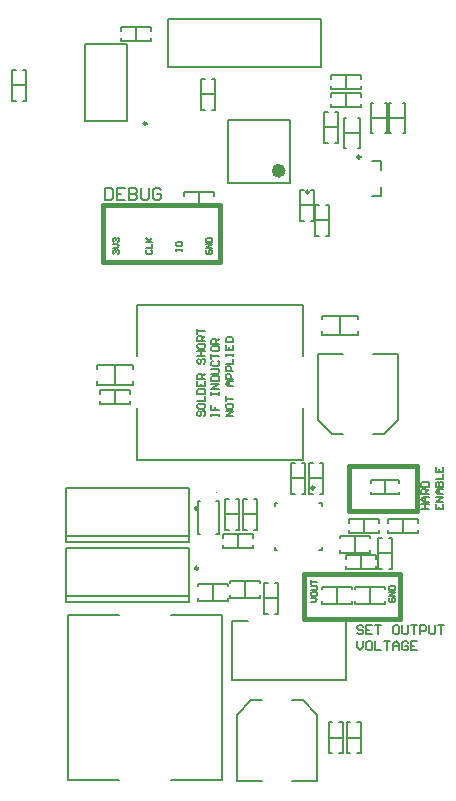
<source format=gto>
G04*
G04 #@! TF.GenerationSoftware,Altium Limited,Altium Designer,24.7.2 (38)*
G04*
G04 Layer_Color=65535*
%FSLAX44Y44*%
%MOMM*%
G71*
G04*
G04 #@! TF.SameCoordinates,60CCB1E2-045B-4953-842A-C3EC13AC8E9E*
G04*
G04*
G04 #@! TF.FilePolarity,Positive*
G04*
G01*
G75*
%ADD10C,0.2500*%
%ADD11C,0.1000*%
%ADD12C,0.6000*%
%ADD13C,0.3810*%
%ADD14C,0.2000*%
%ADD15C,0.1500*%
%ADD16C,0.1270*%
%ADD17C,0.1778*%
D10*
X794060Y642620D02*
G03*
X794060Y642620I-1250J0D01*
G01*
X793960Y693420D02*
G03*
X793960Y693420I-1250J0D01*
G01*
X892590Y710741D02*
G03*
X892590Y710741I-1250J0D01*
G01*
X750480Y1019100D02*
G03*
X750480Y1019100I-1250J0D01*
G01*
X931590Y990820D02*
G03*
X931590Y990820I-1250J0D01*
G01*
X888070Y961180D02*
G03*
X888070Y961180I-1250J0D01*
G01*
D11*
X809890Y706800D02*
G03*
X809890Y706800I-500J0D01*
G01*
D12*
X865320Y979180D02*
G03*
X865320Y979180I-3000J0D01*
G01*
D13*
X713740Y901700D02*
X812800D01*
X713740Y949960D02*
X812800D01*
Y901700D02*
Y949960D01*
X713740Y901700D02*
Y949960D01*
X979170Y690880D02*
Y728980D01*
X922020Y690880D02*
Y728980D01*
X979170D01*
X922020Y690880D02*
X979170D01*
X883920Y599440D02*
X965200D01*
X883920Y637540D02*
X965200D01*
Y599440D02*
Y637540D01*
X883920Y599440D02*
Y637540D01*
D14*
X967740Y672180D02*
Y684180D01*
X954740Y672180D02*
Y675180D01*
Y672180D02*
X980740D01*
Y675180D01*
X954740Y681180D02*
Y684180D01*
X980740Y681180D02*
Y684180D01*
X954740D02*
X980740D01*
X786310Y614020D02*
Y660020D01*
X682310Y614020D02*
Y660020D01*
X786310D01*
X682310Y614020D02*
X786310D01*
X682310Y619020D02*
X786310D01*
X786210Y664820D02*
Y710820D01*
X682210Y664820D02*
Y710820D01*
X786210D01*
X682210Y664820D02*
X786210D01*
X682210Y669820D02*
X786210D01*
X822720Y547820D02*
Y597820D01*
X906120D02*
X919720D01*
X822720D02*
X836320D01*
X919720Y547820D02*
Y597820D01*
X822720Y547820D02*
X919720D01*
X849980Y617220D02*
X861980D01*
X858980Y604220D02*
X861980D01*
Y630220D01*
X858980D02*
X861980D01*
X849980Y604220D02*
X852980D01*
X849980Y630220D02*
X852980D01*
X849980Y604220D02*
Y630220D01*
X932180Y641700D02*
Y653700D01*
X919180Y641700D02*
Y644700D01*
Y641700D02*
X945180D01*
Y644700D01*
X919180Y650700D02*
Y653700D01*
X945180Y650700D02*
Y653700D01*
X919180D02*
X945180D01*
X946500Y655320D02*
X958500D01*
X946500Y668320D02*
X949500D01*
X946500Y642320D02*
Y668320D01*
Y642320D02*
X949500D01*
X955500Y668320D02*
X958500D01*
X955500Y642320D02*
X958500D01*
Y668320D01*
X898900Y856610D02*
X929900D01*
X898900Y853610D02*
Y856610D01*
X914400Y840110D02*
Y856360D01*
X929900Y853610D02*
Y856610D01*
X898900Y840110D02*
Y843110D01*
X929900Y840110D02*
Y843110D01*
X898900Y840110D02*
X929900D01*
X872840Y718820D02*
X884840D01*
X881840Y705820D02*
X884840D01*
Y731820D01*
X881840D02*
X884840D01*
X872840Y705820D02*
X875840D01*
X872840Y731820D02*
X875840D01*
X872840Y705820D02*
Y731820D01*
X904590Y499110D02*
X916590D01*
X913590Y486110D02*
X916590D01*
Y512110D01*
X913590D02*
X916590D01*
X904590Y486110D02*
X907590D01*
X904590Y512110D02*
X907590D01*
X904590Y486110D02*
Y512110D01*
X919830Y499110D02*
X931830D01*
X928830Y486110D02*
X931830D01*
Y512110D01*
X928830D02*
X931830D01*
X919830Y486110D02*
X922830D01*
X919830Y512110D02*
X922830D01*
X919830Y486110D02*
Y512110D01*
X896340Y698180D02*
X898840D01*
Y695680D02*
Y698180D01*
X858840D02*
X861340D01*
X858840Y695680D02*
Y698180D01*
X896340Y658180D02*
X898840D01*
Y660680D01*
X858840Y658180D02*
X861340D01*
X858840D02*
Y660680D01*
X827060Y462740D02*
Y518490D01*
Y462740D02*
X848560D01*
X873560D02*
X895060D01*
Y518490D01*
X839310Y530740D02*
X848560D01*
X827060Y518490D02*
X839310Y530740D01*
X882810D02*
X895060Y518490D01*
X873560Y530740D02*
X882810D01*
X816960Y688340D02*
X828960D01*
X825960Y675340D02*
X828960D01*
Y701340D01*
X825960D02*
X828960D01*
X816960Y675340D02*
X819960D01*
X816960Y701340D02*
X819960D01*
X816960Y675340D02*
Y701340D01*
X723750Y781400D02*
Y793400D01*
X736750Y790400D02*
Y793400D01*
X710750D02*
X736750D01*
X710750Y790400D02*
Y793400D01*
X736750Y781400D02*
Y784400D01*
X710750Y781400D02*
Y784400D01*
Y781400D02*
X736750D01*
X708400Y814700D02*
X739400D01*
X708400Y811700D02*
Y814700D01*
X723900Y798200D02*
Y814450D01*
X739400Y811700D02*
Y814700D01*
X708400Y798200D02*
Y801200D01*
X739400Y798200D02*
Y801200D01*
X708400Y798200D02*
X739400D01*
X934720Y672180D02*
Y684180D01*
X921720Y672180D02*
Y675180D01*
Y672180D02*
X947720D01*
Y675180D01*
X921720Y681180D02*
Y684180D01*
X947720Y681180D02*
Y684180D01*
X921720D02*
X947720D01*
X963640Y768190D02*
Y823940D01*
X942140D02*
X963640D01*
X895640D02*
X917140D01*
X895640Y768190D02*
Y823940D01*
X942140Y755940D02*
X951390D01*
X963640Y768190D01*
X895640D02*
X907890Y755940D01*
X917140D01*
X888080Y718820D02*
X900080D01*
X897080Y705820D02*
X900080D01*
Y731820D01*
X897080D02*
X900080D01*
X888080Y705820D02*
X891080D01*
X888080Y731820D02*
X891080D01*
X888080Y705820D02*
Y731820D01*
X832200Y688340D02*
X844200D01*
X841200Y675340D02*
X844200D01*
Y701340D01*
X841200D02*
X844200D01*
X832200Y675340D02*
X835200D01*
X832200Y701340D02*
X835200D01*
X832200Y675340D02*
Y701340D01*
X828040Y659480D02*
Y671480D01*
X815040Y659480D02*
Y662480D01*
Y659480D02*
X841040D01*
Y662480D01*
X815040Y668480D02*
Y671480D01*
X841040Y668480D02*
Y671480D01*
X815040D02*
X841040D01*
X811640Y671800D02*
Y699800D01*
X793640Y671800D02*
Y699800D01*
X809390D02*
X811640D01*
X809390Y671800D02*
X811640D01*
X793640Y699800D02*
X795890D01*
X793640Y671800D02*
X795890D01*
X683800Y463400D02*
X727300D01*
X683800Y603400D02*
X727300D01*
X771300Y463400D02*
X814800D01*
X771300Y603400D02*
X814800D01*
X683800Y463400D02*
Y603400D01*
X814800Y463400D02*
Y603400D01*
X882800Y734600D02*
Y778100D01*
X742800Y734600D02*
Y778100D01*
X882800Y822100D02*
Y865600D01*
X742800Y822100D02*
Y865600D01*
Y734600D02*
X882800D01*
X742800Y865600D02*
X882800D01*
X808640Y1030940D02*
Y1056940D01*
X805640Y1030940D02*
X808640D01*
X805640Y1056940D02*
X808640D01*
X796640Y1030940D02*
X799640D01*
X796640D02*
Y1056940D01*
X799640D01*
X796640Y1043940D02*
X808640D01*
X728680Y1088740D02*
X754680D01*
X728680D02*
Y1091740D01*
X754680Y1088740D02*
Y1091740D01*
X728680Y1097740D02*
Y1100740D01*
X754680D01*
Y1097740D02*
Y1100740D01*
X741680Y1088740D02*
Y1100740D01*
X648620Y1038560D02*
Y1064560D01*
X645620Y1038560D02*
X648620D01*
X645620Y1064560D02*
X648620D01*
X636620Y1038560D02*
X639620D01*
X636620D02*
Y1064560D01*
X639620D01*
X636620Y1051560D02*
X648620D01*
X880460Y936960D02*
Y962960D01*
X883460D01*
X880460Y936960D02*
X883460D01*
X889460Y962960D02*
X892460D01*
Y936960D02*
Y962960D01*
X889460Y936960D02*
X892460D01*
X880460Y949960D02*
X892460D01*
X782020Y961040D02*
X808020D01*
Y958040D02*
Y961040D01*
X782020Y958040D02*
Y961040D01*
X808020Y949040D02*
Y952040D01*
X782020Y949040D02*
X808020D01*
X782020D02*
Y952040D01*
X795020Y949040D02*
Y961040D01*
X912780Y1003000D02*
Y1029000D01*
X909780Y1003000D02*
X912780D01*
X909780Y1029000D02*
X912780D01*
X900780Y1003000D02*
X903780D01*
X900780D02*
Y1029000D01*
X903780D01*
X900780Y1016000D02*
X912780D01*
X893160Y924260D02*
Y950260D01*
X896160D01*
X893160Y924260D02*
X896160D01*
X902160Y950260D02*
X905160D01*
Y924260D02*
Y950260D01*
X902160Y924260D02*
X905160D01*
X893160Y937260D02*
X905160D01*
X906480Y1048100D02*
X932480D01*
X906480D02*
Y1051100D01*
X932480Y1048100D02*
Y1051100D01*
X906480Y1057100D02*
Y1060100D01*
X932480D01*
Y1057100D02*
Y1060100D01*
X919480Y1048100D02*
Y1060100D01*
X906480Y1032860D02*
X932480D01*
X906480D02*
Y1035860D01*
X932480Y1032860D02*
Y1035860D01*
X906480Y1041860D02*
Y1044860D01*
X932480D01*
Y1041860D02*
Y1044860D01*
X919480Y1032860D02*
Y1044860D01*
X733805Y1021575D02*
Y1086625D01*
X698755D02*
X733805D01*
X698755Y1021575D02*
Y1086625D01*
Y1021575D02*
X733805D01*
X949340Y957820D02*
Y965820D01*
X941340Y957820D02*
X949340D01*
Y979820D02*
Y987820D01*
X941340D02*
X949340D01*
X819320Y1022180D02*
X872320D01*
X819320Y969180D02*
X872320D01*
X819320D02*
Y1022180D01*
X872320Y969180D02*
Y1022180D01*
D15*
X939325Y612760D02*
Y626760D01*
X952025Y612760D02*
Y614680D01*
X926625Y612760D02*
X952025D01*
X926625D02*
Y614680D01*
Y624840D02*
Y626760D01*
X952025D01*
Y624840D02*
Y626760D01*
X911860Y612760D02*
Y626760D01*
X924560Y612760D02*
Y614680D01*
X899160Y612760D02*
X924560D01*
X899160D02*
Y614680D01*
Y624840D02*
Y626760D01*
X924560D01*
Y624840D02*
Y626760D01*
X834240Y617840D02*
Y631840D01*
X821540Y629920D02*
Y631840D01*
X846940D01*
Y629920D02*
Y631840D01*
Y617840D02*
Y619760D01*
X821540Y617840D02*
X846940D01*
X821540D02*
Y619760D01*
X927100Y655940D02*
Y669940D01*
X939800Y655940D02*
Y657860D01*
X914400Y655940D02*
X939800D01*
X914400D02*
Y657860D01*
Y668020D02*
Y669940D01*
X939800D01*
Y668020D02*
Y669940D01*
X806450Y615300D02*
Y629300D01*
X793750Y627380D02*
Y629300D01*
X819150D01*
Y627380D02*
Y629300D01*
Y615300D02*
Y617220D01*
X793750Y615300D02*
X819150D01*
X793750D02*
Y617220D01*
X964500Y705200D02*
Y707200D01*
X940500Y705200D02*
X964500D01*
X940500D02*
Y707200D01*
Y715200D02*
Y717200D01*
X964500D01*
Y715200D02*
Y717200D01*
X952500Y705200D02*
Y717200D01*
X940420Y1036320D02*
X942340D01*
X940420Y1010920D02*
Y1036320D01*
Y1010920D02*
X942340D01*
X952500D02*
X954420D01*
Y1036320D01*
X952500D02*
X954420D01*
X940420Y1023620D02*
X954420D01*
X955660Y1036320D02*
X957580D01*
X955660Y1010920D02*
Y1036320D01*
Y1010920D02*
X957580D01*
X967740D02*
X969660D01*
Y1036320D01*
X967740D02*
X969660D01*
X955660Y1023620D02*
X969660D01*
X917560D02*
X919480D01*
X917560Y998220D02*
Y1023620D01*
Y998220D02*
X919480D01*
X929640D02*
X931560D01*
Y1023620D01*
X929640D02*
X931560D01*
X917560Y1010920D02*
X931560D01*
D16*
X768350Y1107440D02*
X897890D01*
X768350Y1066800D02*
X897890D01*
Y1107440D01*
X768350Y1066800D02*
Y1107440D01*
D17*
X794663Y775630D02*
X793605Y774572D01*
Y772456D01*
X794663Y771398D01*
X795721D01*
X796778Y772456D01*
Y774572D01*
X797837Y775630D01*
X798895D01*
X799952Y774572D01*
Y772456D01*
X798895Y771398D01*
X793605Y780920D02*
Y778804D01*
X794663Y777746D01*
X798895D01*
X799952Y778804D01*
Y780920D01*
X798895Y781978D01*
X794663D01*
X793605Y780920D01*
Y784094D02*
X799952D01*
Y788326D01*
X793605Y790442D02*
X799952D01*
Y793616D01*
X798895Y794674D01*
X794663D01*
X793605Y793616D01*
Y790442D01*
Y801022D02*
Y796790D01*
X799952D01*
Y801022D01*
X796778Y796790D02*
Y798906D01*
X799952Y803138D02*
X793605D01*
Y806312D01*
X794663Y807370D01*
X796778D01*
X797837Y806312D01*
Y803138D01*
Y805254D02*
X799952Y807370D01*
X794663Y820066D02*
X793605Y819008D01*
Y816892D01*
X794663Y815834D01*
X795721D01*
X796778Y816892D01*
Y819008D01*
X797837Y820066D01*
X798895D01*
X799952Y819008D01*
Y816892D01*
X798895Y815834D01*
X793605Y822181D02*
X799952D01*
X796778D01*
Y826413D01*
X793605D01*
X799952D01*
X793605Y831703D02*
Y829587D01*
X794663Y828530D01*
X798895D01*
X799952Y829587D01*
Y831703D01*
X798895Y832762D01*
X794663D01*
X793605Y831703D01*
X799952Y834877D02*
X793605D01*
Y838051D01*
X794663Y839109D01*
X796778D01*
X797837Y838051D01*
Y834877D01*
Y836993D02*
X799952Y839109D01*
X793605Y841225D02*
Y845457D01*
Y843341D01*
X799952D01*
X805489Y771398D02*
Y773514D01*
Y772456D01*
X811837D01*
Y771398D01*
Y773514D01*
X805489Y780920D02*
Y776688D01*
X808663D01*
Y778804D01*
Y776688D01*
X811837D01*
X805489Y789384D02*
Y791500D01*
Y790442D01*
X811837D01*
Y789384D01*
Y791500D01*
Y794674D02*
X805489D01*
X811837Y798906D01*
X805489D01*
Y801022D02*
X811837D01*
Y804196D01*
X810779Y805254D01*
X806547D01*
X805489Y804196D01*
Y801022D01*
Y807370D02*
X810779D01*
X811837Y808428D01*
Y810544D01*
X810779Y811602D01*
X805489D01*
X806547Y817950D02*
X805489Y816892D01*
Y814776D01*
X806547Y813718D01*
X810779D01*
X811837Y814776D01*
Y816892D01*
X810779Y817950D01*
X805489Y820066D02*
Y824297D01*
Y822181D01*
X811837D01*
X805489Y829587D02*
Y827471D01*
X806547Y826413D01*
X810779D01*
X811837Y827471D01*
Y829587D01*
X810779Y830646D01*
X806547D01*
X805489Y829587D01*
X811837Y832762D02*
X805489D01*
Y835935D01*
X806547Y836993D01*
X808663D01*
X809721Y835935D01*
Y832762D01*
Y834877D02*
X811837Y836993D01*
X823722Y771398D02*
X817374D01*
X823722Y775630D01*
X817374D01*
Y780920D02*
Y778804D01*
X818432Y777746D01*
X822664D01*
X823722Y778804D01*
Y780920D01*
X822664Y781978D01*
X818432D01*
X817374Y780920D01*
Y784094D02*
Y788326D01*
Y786210D01*
X823722D01*
Y796790D02*
X819490D01*
X817374Y798906D01*
X819490Y801022D01*
X823722D01*
X820548D01*
Y796790D01*
X823722Y803138D02*
X817374D01*
Y806312D01*
X818432Y807370D01*
X820548D01*
X821606Y806312D01*
Y803138D01*
X823722Y809486D02*
X817374D01*
Y812660D01*
X818432Y813718D01*
X820548D01*
X821606Y812660D01*
Y809486D01*
X817374Y815834D02*
X823722D01*
Y820066D01*
X817374Y822181D02*
Y824297D01*
Y823240D01*
X823722D01*
Y822181D01*
Y824297D01*
X817374Y831703D02*
Y827471D01*
X823722D01*
Y831703D01*
X820548Y827471D02*
Y829587D01*
X817374Y833819D02*
X823722D01*
Y836993D01*
X822664Y838051D01*
X818432D01*
X817374Y836993D01*
Y833819D01*
X933956Y593034D02*
X932687Y594304D01*
X930148D01*
X928878Y593034D01*
Y591765D01*
X930148Y590495D01*
X932687D01*
X933956Y589225D01*
Y587956D01*
X932687Y586686D01*
X930148D01*
X928878Y587956D01*
X941574Y594304D02*
X936496D01*
Y586686D01*
X941574D01*
X936496Y590495D02*
X939035D01*
X944113Y594304D02*
X949191D01*
X946652D01*
Y586686D01*
X963157Y594304D02*
X960618D01*
X959348Y593034D01*
Y587956D01*
X960618Y586686D01*
X963157D01*
X964426Y587956D01*
Y593034D01*
X963157Y594304D01*
X966966D02*
Y587956D01*
X968235Y586686D01*
X970775D01*
X972044Y587956D01*
Y594304D01*
X974583D02*
X979662D01*
X977122D01*
Y586686D01*
X982201D02*
Y594304D01*
X986010D01*
X987279Y593034D01*
Y590495D01*
X986010Y589225D01*
X982201D01*
X989818Y594304D02*
Y587956D01*
X991088Y586686D01*
X993627D01*
X994897Y587956D01*
Y594304D01*
X997436D02*
X1002514D01*
X999975D01*
Y586686D01*
X928878Y580896D02*
Y575817D01*
X931417Y573278D01*
X933956Y575817D01*
Y580896D01*
X940304D02*
X937765D01*
X936496Y579626D01*
Y574548D01*
X937765Y573278D01*
X940304D01*
X941574Y574548D01*
Y579626D01*
X940304Y580896D01*
X944113D02*
Y573278D01*
X949191D01*
X951731Y580896D02*
X956809D01*
X954270D01*
Y573278D01*
X959348D02*
Y578356D01*
X961887Y580896D01*
X964426Y578356D01*
Y573278D01*
Y577087D01*
X959348D01*
X972044Y579626D02*
X970775Y580896D01*
X968235D01*
X966966Y579626D01*
Y574548D01*
X968235Y573278D01*
X970775D01*
X972044Y574548D01*
Y577087D01*
X969505D01*
X979662Y580896D02*
X974583D01*
Y573278D01*
X979662D01*
X974583Y577087D02*
X977122D01*
X983289Y692658D02*
X989637D01*
X986463D01*
Y696890D01*
X983289D01*
X989637D01*
Y699006D02*
X985405D01*
X983289Y701122D01*
X985405Y703238D01*
X989637D01*
X986463D01*
Y699006D01*
X989637Y705354D02*
X983289D01*
Y708528D01*
X984347Y709586D01*
X986463D01*
X987521Y708528D01*
Y705354D01*
Y707470D02*
X989637Y709586D01*
X983289Y711702D02*
X989637D01*
Y714876D01*
X988579Y715934D01*
X984347D01*
X983289Y714876D01*
Y711702D01*
X995174Y696890D02*
Y692658D01*
X1001522D01*
Y696890D01*
X998348Y692658D02*
Y694774D01*
X1001522Y699006D02*
X995174D01*
X1001522Y703238D01*
X995174D01*
X1001522Y705354D02*
X997290D01*
X995174Y707470D01*
X997290Y709586D01*
X1001522D01*
X998348D01*
Y705354D01*
X995174Y711702D02*
X1001522D01*
Y714876D01*
X1000464Y715934D01*
X999406D01*
X998348Y714876D01*
Y711702D01*
Y714876D01*
X997290Y715934D01*
X996232D01*
X995174Y714876D01*
Y711702D01*
Y718050D02*
X1001522D01*
Y722282D01*
X995174Y728630D02*
Y724398D01*
X1001522D01*
Y728630D01*
X998348Y724398D02*
Y726514D01*
X956650Y617304D02*
X955804Y616457D01*
Y614764D01*
X956650Y613918D01*
X960036D01*
X960882Y614764D01*
Y616457D01*
X960036Y617304D01*
X958343D01*
Y615611D01*
X960882Y618996D02*
X955804D01*
X960882Y622382D01*
X955804D01*
Y624075D02*
X960882D01*
Y626614D01*
X960036Y627460D01*
X956650D01*
X955804Y626614D01*
Y624075D01*
X889764Y613918D02*
X893149D01*
X894842Y615611D01*
X893149Y617304D01*
X889764D01*
Y621535D02*
Y619843D01*
X890610Y618996D01*
X893996D01*
X894842Y619843D01*
Y621535D01*
X893996Y622382D01*
X890610D01*
X889764Y621535D01*
Y624075D02*
X893996D01*
X894842Y624921D01*
Y626614D01*
X893996Y627460D01*
X889764D01*
Y629153D02*
Y632539D01*
Y630846D01*
X894842D01*
X801710Y911944D02*
X800864Y911097D01*
Y909404D01*
X801710Y908558D01*
X805096D01*
X805942Y909404D01*
Y911097D01*
X805096Y911944D01*
X803403D01*
Y910251D01*
X805942Y913636D02*
X800864D01*
X805942Y917022D01*
X800864D01*
Y918715D02*
X805942D01*
Y921254D01*
X805096Y922100D01*
X801710D01*
X800864Y921254D01*
Y918715D01*
X775464Y911098D02*
Y912791D01*
Y911944D01*
X780542D01*
Y911098D01*
Y912791D01*
X775464Y917869D02*
Y916176D01*
X776310Y915330D01*
X779696D01*
X780542Y916176D01*
Y917869D01*
X779696Y918716D01*
X776310D01*
X775464Y917869D01*
X750910Y911944D02*
X750064Y911097D01*
Y909404D01*
X750910Y908558D01*
X754296D01*
X755142Y909404D01*
Y911097D01*
X754296Y911944D01*
X750064Y913636D02*
X755142D01*
Y917022D01*
X750064Y918715D02*
X755142D01*
X753449D01*
X750064Y922100D01*
X752603Y919561D01*
X755142Y922100D01*
X722970Y908558D02*
X722124Y909404D01*
Y911097D01*
X722970Y911944D01*
X723816D01*
X724663Y911097D01*
Y910251D01*
Y911097D01*
X725509Y911944D01*
X726356D01*
X727202Y911097D01*
Y909404D01*
X726356Y908558D01*
X722124Y913636D02*
X725509D01*
X727202Y915329D01*
X725509Y917022D01*
X722124D01*
X722970Y918715D02*
X722124Y919561D01*
Y921254D01*
X722970Y922100D01*
X723816D01*
X724663Y921254D01*
Y920407D01*
Y921254D01*
X725509Y922100D01*
X726356D01*
X727202Y921254D01*
Y919561D01*
X726356Y918715D01*
X715518Y964435D02*
Y954278D01*
X720596D01*
X722289Y955971D01*
Y962742D01*
X720596Y964435D01*
X715518D01*
X732446D02*
X725675D01*
Y954278D01*
X732446D01*
X725675Y959356D02*
X729060D01*
X735831Y964435D02*
Y954278D01*
X740910D01*
X742603Y955971D01*
Y957664D01*
X740910Y959356D01*
X735831D01*
X740910D01*
X742603Y961049D01*
Y962742D01*
X740910Y964435D01*
X735831D01*
X745988D02*
Y955971D01*
X747681Y954278D01*
X751067D01*
X752759Y955971D01*
Y964435D01*
X762916Y962742D02*
X761223Y964435D01*
X757838D01*
X756145Y962742D01*
Y955971D01*
X757838Y954278D01*
X761223D01*
X762916Y955971D01*
Y959356D01*
X759530D01*
M02*

</source>
